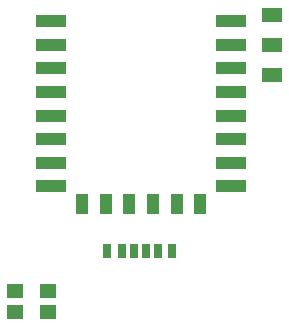
<source format=gtp>
G04*
G04 #@! TF.GenerationSoftware,Altium Limited,Altium Designer,21.6.1 (37)*
G04*
G04 Layer_Color=8421504*
%FSLAX24Y24*%
%MOIN*%
G70*
G04*
G04 #@! TF.SameCoordinates,2CDDA2BD-A9AE-4566-A957-8AB6CD1B29DF*
G04*
G04*
G04 #@! TF.FilePolarity,Positive*
G04*
G01*
G75*
%ADD14R,0.0315X0.0472*%
%ADD15R,0.0276X0.0472*%
%ADD16R,0.0299X0.0472*%
%ADD17R,0.0700X0.0500*%
%ADD18R,0.0551X0.0472*%
%ADD19R,0.0433X0.0709*%
%ADD20R,0.1024X0.0433*%
D14*
X3867Y2646D02*
D03*
X6032D02*
D03*
D15*
X4752D02*
D03*
X5146D02*
D03*
D16*
X5548D02*
D03*
X4351D02*
D03*
D17*
X9350Y8500D02*
D03*
Y9500D02*
D03*
Y10500D02*
D03*
D18*
X1900Y1309D02*
D03*
Y600D02*
D03*
X800Y1309D02*
D03*
Y600D02*
D03*
D19*
X6969Y4199D02*
D03*
X6181D02*
D03*
X5394D02*
D03*
X4606D02*
D03*
X3819D02*
D03*
X3031D02*
D03*
D20*
X7992Y10301D02*
D03*
Y9514D02*
D03*
Y8726D02*
D03*
Y7939D02*
D03*
Y7152D02*
D03*
Y6364D02*
D03*
Y5577D02*
D03*
Y4789D02*
D03*
X2008Y4789D02*
D03*
X2008Y5577D02*
D03*
Y6364D02*
D03*
Y7152D02*
D03*
Y7939D02*
D03*
Y8726D02*
D03*
Y9514D02*
D03*
Y10301D02*
D03*
M02*

</source>
